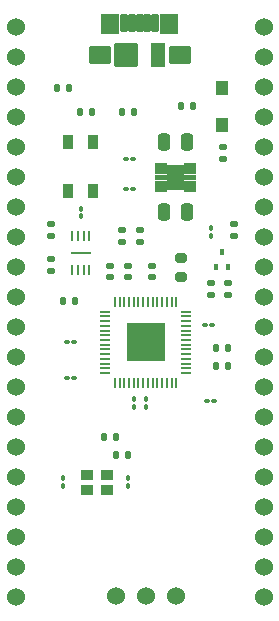
<source format=gts>
%TF.GenerationSoftware,KiCad,Pcbnew,8.0.7*%
%TF.CreationDate,2025-02-02T23:02:37+05:30*%
%TF.ProjectId,my-template,6d792d74-656d-4706-9c61-74652e6b6963,rev?*%
%TF.SameCoordinates,Original*%
%TF.FileFunction,Soldermask,Top*%
%TF.FilePolarity,Negative*%
%FSLAX46Y46*%
G04 Gerber Fmt 4.6, Leading zero omitted, Abs format (unit mm)*
G04 Created by KiCad (PCBNEW 8.0.7) date 2025-02-02 23:02:37*
%MOMM*%
%LPD*%
G01*
G04 APERTURE LIST*
G04 Aperture macros list*
%AMRoundRect*
0 Rectangle with rounded corners*
0 $1 Rounding radius*
0 $2 $3 $4 $5 $6 $7 $8 $9 X,Y pos of 4 corners*
0 Add a 4 corners polygon primitive as box body*
4,1,4,$2,$3,$4,$5,$6,$7,$8,$9,$2,$3,0*
0 Add four circle primitives for the rounded corners*
1,1,$1+$1,$2,$3*
1,1,$1+$1,$4,$5*
1,1,$1+$1,$6,$7*
1,1,$1+$1,$8,$9*
0 Add four rect primitives between the rounded corners*
20,1,$1+$1,$2,$3,$4,$5,0*
20,1,$1+$1,$4,$5,$6,$7,0*
20,1,$1+$1,$6,$7,$8,$9,0*
20,1,$1+$1,$8,$9,$2,$3,0*%
G04 Aperture macros list end*
%ADD10C,0.010000*%
%ADD11C,1.524000*%
%ADD12RoundRect,0.147500X0.172500X-0.147500X0.172500X0.147500X-0.172500X0.147500X-0.172500X-0.147500X0*%
%ADD13R,1.092200X1.143000*%
%ADD14RoundRect,0.135000X-0.185000X0.135000X-0.185000X-0.135000X0.185000X-0.135000X0.185000X0.135000X0*%
%ADD15R,0.812800X0.177800*%
%ADD16R,0.177800X0.812800*%
%ADD17R,3.200400X3.200400*%
%ADD18RoundRect,0.135000X0.185000X-0.135000X0.185000X0.135000X-0.185000X0.135000X-0.185000X-0.135000X0*%
%ADD19RoundRect,0.135000X-0.135000X-0.185000X0.135000X-0.185000X0.135000X0.185000X-0.135000X0.185000X0*%
%ADD20RoundRect,0.200000X-0.275000X0.200000X-0.275000X-0.200000X0.275000X-0.200000X0.275000X0.200000X0*%
%ADD21RoundRect,0.100000X-0.130000X-0.100000X0.130000X-0.100000X0.130000X0.100000X-0.130000X0.100000X0*%
%ADD22RoundRect,0.100000X0.130000X0.100000X-0.130000X0.100000X-0.130000X-0.100000X0.130000X-0.100000X0*%
%ADD23RoundRect,0.140000X-0.170000X0.140000X-0.170000X-0.140000X0.170000X-0.140000X0.170000X0.140000X0*%
%ADD24RoundRect,0.100000X0.100000X-0.130000X0.100000X0.130000X-0.100000X0.130000X-0.100000X-0.130000X0*%
%ADD25RoundRect,0.100000X-0.100000X0.130000X-0.100000X-0.130000X0.100000X-0.130000X0.100000X0.130000X0*%
%ADD26RoundRect,0.100000X-0.100000X0.155000X-0.100000X-0.155000X0.100000X-0.155000X0.100000X0.155000X0*%
%ADD27RoundRect,0.250000X-0.250000X-0.475000X0.250000X-0.475000X0.250000X0.475000X-0.250000X0.475000X0*%
%ADD28R,0.254000X0.812800*%
%ADD29R,1.651000X0.254000*%
%ADD30RoundRect,0.140000X-0.140000X-0.170000X0.140000X-0.170000X0.140000X0.170000X-0.140000X0.170000X0*%
%ADD31RoundRect,0.102000X0.325000X-0.525000X0.325000X0.525000X-0.325000X0.525000X-0.325000X-0.525000X0*%
%ADD32RoundRect,0.076200X-0.225000X-0.690000X0.225000X-0.690000X0.225000X0.690000X-0.225000X0.690000X0*%
%ADD33RoundRect,0.076200X-0.712500X-0.775000X0.712500X-0.775000X0.712500X0.775000X-0.712500X0.775000X0*%
%ADD34RoundRect,0.076200X-0.825000X-0.650000X0.825000X-0.650000X0.825000X0.650000X-0.825000X0.650000X0*%
%ADD35RoundRect,0.076200X-0.900000X-0.950000X0.900000X-0.950000X0.900000X0.950000X-0.900000X0.950000X0*%
%ADD36RoundRect,0.076200X-0.500000X-0.950000X0.500000X-0.950000X0.500000X0.950000X-0.500000X0.950000X0*%
%ADD37R,1.100000X0.900000*%
%ADD38RoundRect,0.147500X-0.147500X-0.172500X0.147500X-0.172500X0.147500X0.172500X-0.147500X0.172500X0*%
G04 APERTURE END LIST*
D10*
%TO.C,U2*%
X228250000Y-91700000D02*
X227300000Y-91700000D01*
X227300000Y-91300000D01*
X228250000Y-91300000D01*
X228250000Y-91700000D01*
G36*
X228250000Y-91700000D02*
G01*
X227300000Y-91700000D01*
X227300000Y-91300000D01*
X228250000Y-91300000D01*
X228250000Y-91700000D01*
G37*
X228250000Y-92200000D02*
X227300000Y-92200000D01*
X227300000Y-91800000D01*
X228250000Y-91800000D01*
X228250000Y-92200000D01*
G36*
X228250000Y-92200000D02*
G01*
X227300000Y-92200000D01*
X227300000Y-91800000D01*
X228250000Y-91800000D01*
X228250000Y-92200000D01*
G37*
X228250000Y-92700000D02*
X227300000Y-92700000D01*
X227300000Y-92300000D01*
X228250000Y-92300000D01*
X228250000Y-92700000D01*
G36*
X228250000Y-92700000D02*
G01*
X227300000Y-92700000D01*
X227300000Y-92300000D01*
X228250000Y-92300000D01*
X228250000Y-92700000D01*
G37*
X228250000Y-93200000D02*
X227300000Y-93200000D01*
X227300000Y-92800000D01*
X228250000Y-92800000D01*
X228250000Y-93200000D01*
G36*
X228250000Y-93200000D02*
G01*
X227300000Y-93200000D01*
X227300000Y-92800000D01*
X228250000Y-92800000D01*
X228250000Y-93200000D01*
G37*
X228250000Y-93700000D02*
X227300000Y-93700000D01*
X227300000Y-93300000D01*
X228250000Y-93300000D01*
X228250000Y-93700000D01*
G36*
X228250000Y-93700000D02*
G01*
X227300000Y-93700000D01*
X227300000Y-93300000D01*
X228250000Y-93300000D01*
X228250000Y-93700000D01*
G37*
X229650000Y-93550000D02*
X228350000Y-93550000D01*
X228350000Y-91450000D01*
X229650000Y-91450000D01*
X229650000Y-93550000D01*
G36*
X229650000Y-93550000D02*
G01*
X228350000Y-93550000D01*
X228350000Y-91450000D01*
X229650000Y-91450000D01*
X229650000Y-93550000D01*
G37*
X230700000Y-91700000D02*
X229750000Y-91700000D01*
X229750000Y-91300000D01*
X230700000Y-91300000D01*
X230700000Y-91700000D01*
G36*
X230700000Y-91700000D02*
G01*
X229750000Y-91700000D01*
X229750000Y-91300000D01*
X230700000Y-91300000D01*
X230700000Y-91700000D01*
G37*
X230700000Y-92200000D02*
X229750000Y-92200000D01*
X229750000Y-91800000D01*
X230700000Y-91800000D01*
X230700000Y-92200000D01*
G36*
X230700000Y-92200000D02*
G01*
X229750000Y-92200000D01*
X229750000Y-91800000D01*
X230700000Y-91800000D01*
X230700000Y-92200000D01*
G37*
X230700000Y-92700000D02*
X229750000Y-92700000D01*
X229750000Y-92300000D01*
X230700000Y-92300000D01*
X230700000Y-92700000D01*
G36*
X230700000Y-92700000D02*
G01*
X229750000Y-92700000D01*
X229750000Y-92300000D01*
X230700000Y-92300000D01*
X230700000Y-92700000D01*
G37*
X230700000Y-93200000D02*
X229750000Y-93200000D01*
X229750000Y-92800000D01*
X230700000Y-92800000D01*
X230700000Y-93200000D01*
G36*
X230700000Y-93200000D02*
G01*
X229750000Y-93200000D01*
X229750000Y-92800000D01*
X230700000Y-92800000D01*
X230700000Y-93200000D01*
G37*
X230700000Y-93700000D02*
X229750000Y-93700000D01*
X229750000Y-93300000D01*
X230700000Y-93300000D01*
X230700000Y-93700000D01*
G36*
X230700000Y-93700000D02*
G01*
X229750000Y-93700000D01*
X229750000Y-93300000D01*
X230700000Y-93300000D01*
X230700000Y-93700000D01*
G37*
%TD*%
D11*
%TO.C,J2*%
X236500000Y-128080000D03*
X236500000Y-125540000D03*
X236500000Y-123000000D03*
X236500000Y-120460000D03*
X236500000Y-117920000D03*
X236500000Y-115380000D03*
X236500000Y-112840000D03*
X236500000Y-110300000D03*
X236500000Y-107760000D03*
X236500000Y-105220000D03*
X236500000Y-102680000D03*
X236500000Y-100140000D03*
X236500000Y-97600000D03*
X236500000Y-95060000D03*
X236500000Y-92520000D03*
X236500000Y-89980000D03*
X236500000Y-87440000D03*
X236500000Y-84900000D03*
X236500000Y-82360000D03*
X236500000Y-79820000D03*
%TD*%
D12*
%TO.C,L1*%
X233015000Y-90970000D03*
X233015000Y-90000000D03*
%TD*%
D13*
%TO.C,D1*%
X233000000Y-88073400D03*
X233000000Y-85000000D03*
%TD*%
D14*
%TO.C,R12*%
X225990000Y-96990000D03*
X225990000Y-98010000D03*
%TD*%
D11*
%TO.C,J4*%
X215500000Y-79780000D03*
X215500000Y-82320000D03*
X215500000Y-84860000D03*
X215500000Y-87400000D03*
X215500000Y-89940000D03*
X215500000Y-92480000D03*
X215500000Y-95020000D03*
X215500000Y-97560000D03*
X215500000Y-100100000D03*
X215500000Y-102640000D03*
X215500000Y-105180000D03*
X215500000Y-107720000D03*
X215500000Y-110260000D03*
X215500000Y-112800000D03*
X215500000Y-115340000D03*
X215500000Y-117880000D03*
X215500000Y-120420000D03*
X215500000Y-122960000D03*
X215500000Y-125500000D03*
X215500000Y-128040000D03*
%TD*%
D15*
%TO.C,U3*%
X223096400Y-103900000D03*
X223096400Y-104299999D03*
X223096400Y-104700001D03*
X223096400Y-105100000D03*
X223096400Y-105499999D03*
X223096400Y-105900001D03*
X223096400Y-106300000D03*
X223096400Y-106700000D03*
X223096400Y-107099999D03*
X223096400Y-107500001D03*
X223096400Y-107900000D03*
X223096400Y-108299999D03*
X223096400Y-108700001D03*
X223096400Y-109100000D03*
D16*
X223900000Y-109903600D03*
X224299999Y-109903600D03*
X224700001Y-109903600D03*
X225100000Y-109903600D03*
X225499999Y-109903600D03*
X225900001Y-109903600D03*
X226300000Y-109903600D03*
X226700000Y-109903600D03*
X227099999Y-109903600D03*
X227500001Y-109903600D03*
X227900000Y-109903600D03*
X228299999Y-109903600D03*
X228700001Y-109903600D03*
X229100000Y-109903600D03*
D15*
X229903600Y-109100000D03*
X229903600Y-108700001D03*
X229903600Y-108299999D03*
X229903600Y-107900000D03*
X229903600Y-107500001D03*
X229903600Y-107099999D03*
X229903600Y-106700000D03*
X229903600Y-106300000D03*
X229903600Y-105900001D03*
X229903600Y-105499999D03*
X229903600Y-105100000D03*
X229903600Y-104700001D03*
X229903600Y-104299999D03*
X229903600Y-103900000D03*
D16*
X229100000Y-103096400D03*
X228700001Y-103096400D03*
X228299999Y-103096400D03*
X227900000Y-103096400D03*
X227500001Y-103096400D03*
X227099999Y-103096400D03*
X226700000Y-103096400D03*
X226300000Y-103096400D03*
X225900001Y-103096400D03*
X225499999Y-103096400D03*
X225100000Y-103096400D03*
X224700001Y-103096400D03*
X224299999Y-103096400D03*
X223900000Y-103096400D03*
D17*
X226500000Y-106500000D03*
%TD*%
D18*
%TO.C,R7*%
X234000000Y-97510000D03*
X234000000Y-96490000D03*
%TD*%
D19*
%TO.C,R5*%
X229480000Y-86500000D03*
X230500000Y-86500000D03*
%TD*%
D20*
%TO.C,R9*%
X229500000Y-99350000D03*
X229500000Y-101000000D03*
%TD*%
D21*
%TO.C,C7*%
X224835000Y-91000000D03*
X225475000Y-91000000D03*
%TD*%
%TO.C,C11*%
X231525000Y-105000000D03*
X232165000Y-105000000D03*
%TD*%
D22*
%TO.C,C12*%
X232320000Y-111500000D03*
X231680000Y-111500000D03*
%TD*%
D23*
%TO.C,C8*%
X223500000Y-100000000D03*
X223500000Y-100960000D03*
%TD*%
D21*
%TO.C,C14*%
X220475000Y-106500000D03*
X219835000Y-106500000D03*
%TD*%
D24*
%TO.C,C13*%
X219500000Y-118665000D03*
X219500000Y-118025000D03*
%TD*%
D25*
%TO.C,C15*%
X225500000Y-111335000D03*
X225500000Y-111975000D03*
%TD*%
D18*
%TO.C,R10*%
X232000000Y-102500000D03*
X232000000Y-101480000D03*
%TD*%
D14*
%TO.C,R11*%
X224500000Y-97000000D03*
X224500000Y-98020000D03*
%TD*%
D24*
%TO.C,C3*%
X221000000Y-95820000D03*
X221000000Y-95180000D03*
%TD*%
D18*
%TO.C,R2*%
X218500000Y-97500000D03*
X218500000Y-96480000D03*
%TD*%
D19*
%TO.C,R3*%
X232480000Y-107000000D03*
X233500000Y-107000000D03*
%TD*%
D26*
%TO.C,Q1*%
X232500000Y-100145000D03*
X233500000Y-100145000D03*
X233000000Y-98855000D03*
%TD*%
D23*
%TO.C,C9*%
X227020000Y-100040000D03*
X227020000Y-101000000D03*
%TD*%
D19*
%TO.C,R13*%
X224480000Y-87000000D03*
X225500000Y-87000000D03*
%TD*%
%TO.C,R4*%
X232480000Y-108500000D03*
X233500000Y-108500000D03*
%TD*%
D21*
%TO.C,C10*%
X224835000Y-93500000D03*
X225475000Y-93500000D03*
%TD*%
D24*
%TO.C,C18*%
X226500000Y-111975000D03*
X226500000Y-111335000D03*
%TD*%
D19*
%TO.C,R14*%
X223000000Y-114500000D03*
X224020000Y-114500000D03*
%TD*%
D27*
%TO.C,C1*%
X228100000Y-89500000D03*
X230000000Y-89500000D03*
%TD*%
D28*
%TO.C,U1*%
X220249999Y-100395600D03*
X220750000Y-100395600D03*
X221250000Y-100395600D03*
X221750001Y-100395600D03*
X221750001Y-97500000D03*
X221250000Y-97500000D03*
X220750000Y-97500000D03*
X220249999Y-97500000D03*
D29*
X221000000Y-98947800D03*
%TD*%
D27*
%TO.C,C5*%
X228100000Y-95500000D03*
X230000000Y-95500000D03*
%TD*%
D18*
%TO.C,R8*%
X233500000Y-102520000D03*
X233500000Y-101500000D03*
%TD*%
D30*
%TO.C,C4*%
X219540000Y-103000000D03*
X220500000Y-103000000D03*
%TD*%
D24*
%TO.C,C17*%
X225000000Y-118665000D03*
X225000000Y-118025000D03*
%TD*%
%TO.C,C2*%
X232000000Y-97475000D03*
X232000000Y-96835000D03*
%TD*%
D31*
%TO.C,SW1*%
X219925000Y-89500000D03*
X219925000Y-93650000D03*
X222075000Y-89500000D03*
X222075000Y-93650000D03*
%TD*%
D11*
%TO.C,J3*%
X223960000Y-128000000D03*
X226500000Y-128000000D03*
X229040000Y-128000000D03*
%TD*%
D32*
%TO.C,J1*%
X224700000Y-79500000D03*
X225350000Y-79500000D03*
X226000000Y-79500000D03*
X226650000Y-79500000D03*
X227300000Y-79500000D03*
D33*
X223512500Y-79585000D03*
X228487500Y-79585000D03*
D34*
X222625000Y-82160000D03*
D35*
X224850000Y-82160000D03*
D36*
X227550000Y-82160000D03*
D34*
X229375000Y-82160000D03*
%TD*%
D37*
%TO.C,X1*%
X221500000Y-119000000D03*
X223200000Y-119000000D03*
X223200000Y-117700000D03*
X221500000Y-117700000D03*
%TD*%
D21*
%TO.C,C16*%
X219835000Y-109500000D03*
X220475000Y-109500000D03*
%TD*%
D18*
%TO.C,R1*%
X218500000Y-100500000D03*
X218500000Y-99480000D03*
%TD*%
D19*
%TO.C,R15*%
X224000000Y-116000000D03*
X225020000Y-116000000D03*
%TD*%
D38*
%TO.C,D2*%
X219030000Y-85000000D03*
X220000000Y-85000000D03*
%TD*%
D19*
%TO.C,R6*%
X220980000Y-87000000D03*
X222000000Y-87000000D03*
%TD*%
D23*
%TO.C,C6*%
X225020000Y-100980000D03*
X225020000Y-100020000D03*
%TD*%
M02*

</source>
